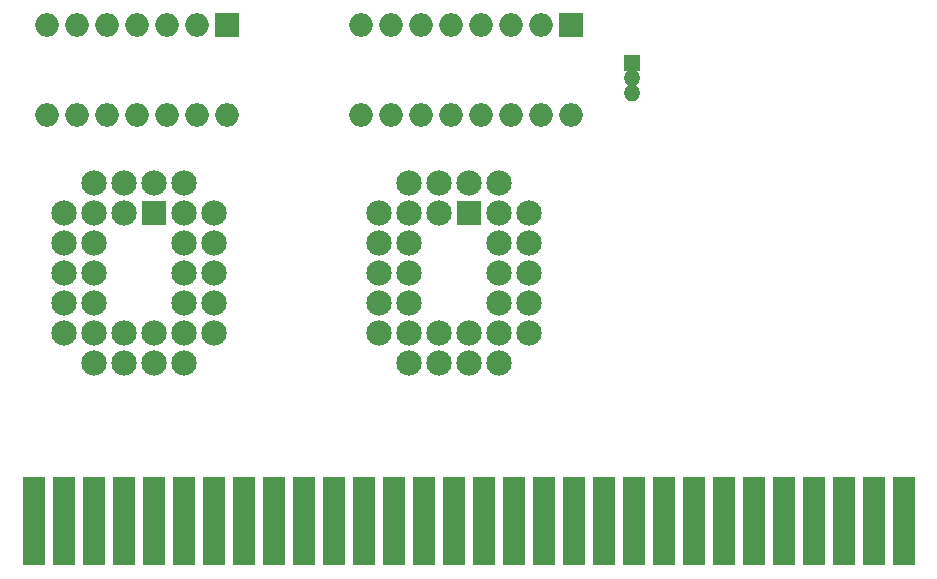
<source format=gbs>
G04 #@! TF.GenerationSoftware,KiCad,Pcbnew,(5.0.0)*
G04 #@! TF.CreationDate,2018-07-25T17:19:14+09:00*
G04 #@! TF.ProjectId,kazzo_akizuki_nrom,6B617A7A6F5F616B697A756B695F6E72,rev?*
G04 #@! TF.SameCoordinates,Original*
G04 #@! TF.FileFunction,Soldermask,Bot*
G04 #@! TF.FilePolarity,Negative*
%FSLAX46Y46*%
G04 Gerber Fmt 4.6, Leading zero omitted, Abs format (unit mm)*
G04 Created by KiCad (PCBNEW (5.0.0)) date 07/25/18 17:19:14*
%MOMM*%
%LPD*%
G01*
G04 APERTURE LIST*
%ADD10R,1.400000X1.400000*%
%ADD11O,1.400000X1.400000*%
%ADD12R,1.924000X7.512000*%
%ADD13R,2.000000X2.000000*%
%ADD14O,2.000000X2.000000*%
%ADD15R,2.150000X2.150000*%
%ADD16C,2.150000*%
G04 APERTURE END LIST*
D10*
G04 #@! TO.C,J1*
X145860000Y-77406500D03*
D11*
X145860000Y-78676500D03*
X145860000Y-79946500D03*
G04 #@! TD*
D12*
G04 #@! TO.C,J2*
X168846000Y-116141500D03*
X166306000Y-116141500D03*
X163766000Y-116141500D03*
X161226000Y-116141500D03*
X158686000Y-116141500D03*
X156146000Y-116141500D03*
X153606000Y-116141500D03*
X151066000Y-116141500D03*
X148526000Y-116141500D03*
X145986000Y-116141500D03*
X143446000Y-116141500D03*
X140906000Y-116141500D03*
X138366000Y-116141500D03*
X135826000Y-116141500D03*
X133286000Y-116141500D03*
X130746000Y-116141500D03*
X128206000Y-116141500D03*
X125666000Y-116141500D03*
X123126000Y-116141500D03*
X120586000Y-116141500D03*
X118046000Y-116141500D03*
X115506000Y-116141500D03*
X112966000Y-116141500D03*
X110426000Y-116141500D03*
X107886000Y-116141500D03*
X105346000Y-116141500D03*
X102806000Y-116141500D03*
X100266000Y-116141500D03*
X97726000Y-116141500D03*
X95186000Y-116141500D03*
G04 #@! TD*
D13*
G04 #@! TO.C,U1*
X140652000Y-74168000D03*
D14*
X122872000Y-81788000D03*
X138112000Y-74168000D03*
X125412000Y-81788000D03*
X135572000Y-74168000D03*
X127952000Y-81788000D03*
X133032000Y-74168000D03*
X130492000Y-81788000D03*
X130492000Y-74168000D03*
X133032000Y-81788000D03*
X127952000Y-74168000D03*
X135572000Y-81788000D03*
X125412000Y-74168000D03*
X138112000Y-81788000D03*
X122872000Y-74168000D03*
X140652000Y-81788000D03*
G04 #@! TD*
D15*
G04 #@! TO.C,U2*
X132016000Y-90043000D03*
D16*
X129476000Y-90043000D03*
X134556000Y-90043000D03*
X137096000Y-90043000D03*
X129476000Y-87503000D03*
X126936000Y-87503000D03*
X132016000Y-87503000D03*
X134556000Y-87503000D03*
X126936000Y-90043000D03*
X126936000Y-92583000D03*
X126936000Y-95123000D03*
X126936000Y-97663000D03*
X124396000Y-90043000D03*
X124396000Y-92583000D03*
X124396000Y-95123000D03*
X124396000Y-97663000D03*
X124396000Y-100203000D03*
X126936000Y-100203000D03*
X129476000Y-100203000D03*
X132016000Y-100203000D03*
X134556000Y-100203000D03*
X126936000Y-102743000D03*
X129476000Y-102743000D03*
X132016000Y-102743000D03*
X134556000Y-102743000D03*
X134556000Y-97663000D03*
X134556000Y-95123000D03*
X134556000Y-92583000D03*
X134556000Y-90043000D03*
X137096000Y-100203000D03*
X137096000Y-97663000D03*
X137096000Y-95123000D03*
X137096000Y-92583000D03*
X137096000Y-90043000D03*
G04 #@! TD*
D15*
G04 #@! TO.C,U3*
X105346000Y-90106500D03*
D16*
X102806000Y-90106500D03*
X107886000Y-90106500D03*
X110426000Y-90106500D03*
X102806000Y-87566500D03*
X100266000Y-87566500D03*
X105346000Y-87566500D03*
X107886000Y-87566500D03*
X100266000Y-90106500D03*
X100266000Y-92646500D03*
X100266000Y-95186500D03*
X100266000Y-97726500D03*
X97726000Y-90106500D03*
X97726000Y-92646500D03*
X97726000Y-95186500D03*
X97726000Y-97726500D03*
X97726000Y-100266500D03*
X100266000Y-100266500D03*
X102806000Y-100266500D03*
X105346000Y-100266500D03*
X107886000Y-100266500D03*
X100266000Y-102806500D03*
X102806000Y-102806500D03*
X105346000Y-102806500D03*
X107886000Y-102806500D03*
X107886000Y-97726500D03*
X107886000Y-95186500D03*
X107886000Y-92646500D03*
X107886000Y-90106500D03*
X110426000Y-100266500D03*
X110426000Y-97726500D03*
X110426000Y-95186500D03*
X110426000Y-92646500D03*
X110426000Y-90106500D03*
G04 #@! TD*
D13*
G04 #@! TO.C,U4*
X111570000Y-74168000D03*
D14*
X96330000Y-81788000D03*
X109030000Y-74168000D03*
X98870000Y-81788000D03*
X106490000Y-74168000D03*
X101410000Y-81788000D03*
X103950000Y-74168000D03*
X103950000Y-81788000D03*
X101410000Y-74168000D03*
X106490000Y-81788000D03*
X98870000Y-74168000D03*
X109030000Y-81788000D03*
X96330000Y-74168000D03*
X111570000Y-81788000D03*
G04 #@! TD*
M02*

</source>
